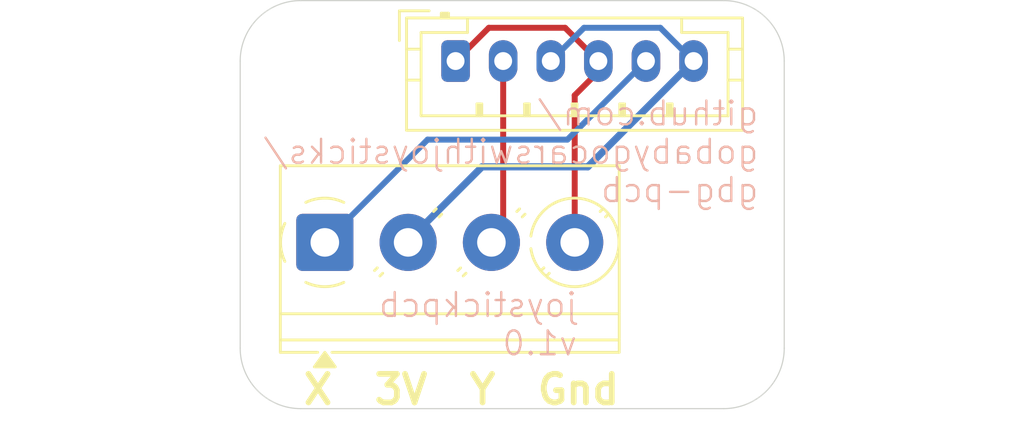
<source format=kicad_pcb>
(kicad_pcb (version 20241229) (generator "pcbnew") (generator_version "9.0")
  (layers (0 "F.Cu" signal) (2 "B.Cu" signal) (13 "F.Paste" user) (15 "B.Paste" user) (5 "F.SilkS" user "F.Silkscreen") (7 "B.SilkS" user "B.Silkscreen") (1 "F.Mask" user) (3 "B.Mask" user) (25 "Edge.Cuts" user))
  (net 0 "")
  (net 1 "Net-(J1-Pin_5)")
  (net 2 "Net-(J1-Pin_3)")
  (net 3 "Net-(J1-Pin_1)")
  (net 4 "Net-(J1-Pin_2)")
  (footprint "MountingHole:MountingHole_2.7mm_M2.5_DIN965" (layer "F.Cu") (at 89.535 78.74)
    (property "Reference" "REF**" (hide yes))
    (property "Value" "MountingHole_2.7mm_M2.5_DIN965")
    (pad "" np_thru_hole circle (at 0 0) (size 2.7 2.7) (drill 2.7) (layers "*.Cu" "*.Mask"))
  )
  (footprint "MountingHole:MountingHole_2.7mm_M2.5_DIN965" (layer "F.Cu") (at 106.045 89.535)
    (property "Reference" "REF**" (hide yes))
    (property "Value" "MountingHole_2.7mm_M2.5_DIN965")
    (pad "" np_thru_hole circle (at 0 0) (size 2.7 2.7) (drill 2.7) (layers "*.Cu" "*.Mask"))
  )
  (footprint "Connector_JST:JST_PH_B6B-PH-K_1x06_P2.00mm_Vertical" (layer "F.Cu") (at 95.41 78.105)
    (property "Reference" "J1" (hide yes))
    (property "Value" "Conn_01x06_Pin")
    (fp_line (start -2.36 -2.11) (end -2.36 -0.86) (stroke (width 0.12)) (layer "F.SilkS"))
    (fp_line (start -2.06 -1.81) (end -2.06 2.91) (stroke (width 0.12)) (layer "F.SilkS"))
    (fp_line (start -2.06 -0.5) (end -1.45 -0.5) (stroke (width 0.12)) (layer "F.SilkS"))
    (fp_line (start -2.06 0.8) (end -1.45 0.8) (stroke (width 0.12)) (layer "F.SilkS"))
    (fp_line (start -2.06 2.91) (end 12.06 2.91) (stroke (width 0.12)) (layer "F.SilkS"))
    (fp_line (start -1.45 -1.2) (end -1.45 2.3) (stroke (width 0.12)) (layer "F.SilkS"))
    (fp_line (start -1.45 2.3) (end 11.45 2.3) (stroke (width 0.12)) (layer "F.SilkS"))
    (fp_line (start -1.11 -2.11) (end -2.36 -2.11) (stroke (width 0.12)) (layer "F.SilkS"))
    (fp_line (start -0.6 -2.01) (end -0.6 -1.81) (stroke (width 0.12)) (layer "F.SilkS"))
    (fp_line (start -0.3 -2.01) (end -0.6 -2.01) (stroke (width 0.12)) (layer "F.SilkS"))
    (fp_line (start -0.3 -1.91) (end -0.6 -1.91) (stroke (width 0.12)) (layer "F.SilkS"))
    (fp_line (start -0.3 -1.81) (end -0.3 -2.01) (stroke (width 0.12)) (layer "F.SilkS"))
    (fp_line (start 0.5 -1.81) (end 0.5 -1.2) (stroke (width 0.12)) (layer "F.SilkS"))
    (fp_line (start 0.5 -1.2) (end -1.45 -1.2) (stroke (width 0.12)) (layer "F.SilkS"))
    (fp_line (start 0.9 1.8) (end 1.1 1.8) (stroke (width 0.12)) (layer "F.SilkS"))
    (fp_line (start 0.9 2.3) (end 0.9 1.8) (stroke (width 0.12)) (layer "F.SilkS"))
    (fp_line (start 1 2.3) (end 1 1.8) (stroke (width 0.12)) (layer "F.SilkS"))
    (fp_line (start 1.1 1.8) (end 1.1 2.3) (stroke (width 0.12)) (layer "F.SilkS"))
    (fp_line (start 2.9 1.8) (end 3.1 1.8) (stroke (width 0.12)) (layer "F.SilkS"))
    (fp_line (start 2.9 2.3) (end 2.9 1.8) (stroke (width 0.12)) (layer "F.SilkS"))
    (fp_line (start 3 2.3) (end 3 1.8) (stroke (width 0.12)) (layer "F.SilkS"))
    (fp_line (start 3.1 1.8) (end 3.1 2.3) (stroke (width 0.12)) (layer "F.SilkS"))
    (fp_line (start 4.9 1.8) (end 5.1 1.8) (stroke (width 0.12)) (layer "F.SilkS"))
    (fp_line (start 4.9 2.3) (end 4.9 1.8) (stroke (width 0.12)) (layer "F.SilkS"))
    (fp_line (start 5 2.3) (end 5 1.8) (stroke (width 0.12)) (layer "F.SilkS"))
    (fp_line (start 5.1 1.8) (end 5.1 2.3) (stroke (width 0.12)) (layer "F.SilkS"))
    (fp_line (start 6.9 1.8) (end 7.1 1.8) (stroke (width 0.12)) (layer "F.SilkS"))
    (fp_line (start 6.9 2.3) (end 6.9 1.8) (stroke (width 0.12)) (layer "F.SilkS"))
    (fp_line (start 7 2.3) (end 7 1.8) (stroke (width 0.12)) (layer "F.SilkS"))
    (fp_line (start 7.1 1.8) (end 7.1 2.3) (stroke (width 0.12)) (layer "F.SilkS"))
    (fp_line (start 8.9 1.8) (end 9.1 1.8) (stroke (width 0.12)) (layer "F.SilkS"))
    (fp_line (start 8.9 2.3) (end 8.9 1.8) (stroke (width 0.12)) (layer "F.SilkS"))
    (fp_line (start 9 2.3) (end 9 1.8) (stroke (width 0.12)) (layer "F.SilkS"))
    (fp_line (start 9.1 1.8) (end 9.1 2.3) (stroke (width 0.12)) (layer "F.SilkS"))
    (fp_line (start 9.5 -1.2) (end 9.5 -1.81) (stroke (width 0.12)) (layer "F.SilkS"))
    (fp_line (start 11.45 -1.2) (end 9.5 -1.2) (stroke (width 0.12)) (layer "F.SilkS"))
    (fp_line (start 11.45 2.3) (end 11.45 -1.2) (stroke (width 0.12)) (layer "F.SilkS"))
    (fp_line (start 12.06 -1.81) (end -2.06 -1.81) (stroke (width 0.12)) (layer "F.SilkS"))
    (fp_line (start 12.06 -0.5) (end 11.45 -0.5) (stroke (width 0.12)) (layer "F.SilkS"))
    (fp_line (start 12.06 0.8) (end 11.45 0.8) (stroke (width 0.12)) (layer "F.SilkS"))
    (fp_line (start 12.06 2.91) (end 12.06 -1.81) (stroke (width 0.12)) (layer "F.SilkS"))
    (pad "1" thru_hole roundrect (at 0 0) (size 1.2 1.75) (drill 0.75) (layers "*.Cu" "*.Mask") (roundrect_rratio 0.208333) (net 3 "Net-(J1-Pin_1)"))
    (pad "2" thru_hole oval (at 2 0) (size 1.2 1.75) (drill 0.75) (layers "*.Cu" "*.Mask") (net 4 "Net-(J1-Pin_2)"))
    (pad "3" thru_hole oval (at 4 0) (size 1.2 1.75) (drill 0.75) (layers "*.Cu" "*.Mask") (net 2 "Net-(J1-Pin_3)"))
    (pad "4" thru_hole oval (at 6 0) (size 1.2 1.75) (drill 0.75) (layers "*.Cu" "*.Mask") (net 3 "Net-(J1-Pin_1)"))
    (pad "5" thru_hole oval (at 8 0) (size 1.2 1.75) (drill 0.75) (layers "*.Cu" "*.Mask") (net 1 "Net-(J1-Pin_5)"))
    (pad "6" thru_hole oval (at 10 0) (size 1.2 1.75) (drill 0.75) (layers "*.Cu" "*.Mask") (net 2 "Net-(J1-Pin_3)"))
  )
  (footprint "TerminalBlock_Phoenix:TerminalBlock_Phoenix_PT-1,5-4-3.5-H_1x04_P3.50mm_Horizontal" (layer "F.Cu") (at 89.916 85.725)
    (property "Reference" "J2" (hide yes))
    (property "Value" "Screw_Terminal_01x04")
    (fp_line (start -1.87 -3.22) (end -1.87 4.62) (stroke (width 0.12)) (layer "F.SilkS"))
    (fp_line (start -1.87 -3.22) (end 12.37 -3.22) (stroke (width 0.12)) (layer "F.SilkS"))
    (fp_line (start -1.87 3) (end 12.37 3) (stroke (width 0.12)) (layer "F.SilkS"))
    (fp_line (start -1.87 4.1) (end 12.37 4.1) (stroke (width 0.12)) (layer "F.SilkS"))
    (fp_line (start -1.87 4.62) (end -0.3 4.62) (stroke (width 0.12)) (layer "F.SilkS"))
    (fp_line (start 0.3 4.62) (end 12.37 4.62) (stroke (width 0.12)) (layer "F.SilkS"))
    (fp_line (start 2.204 1.069) (end 2.089 1.183) (stroke (width 0.12)) (layer "F.SilkS"))
    (fp_line (start 2.431 1.296) (end 2.316 1.41) (stroke (width 0.12)) (layer "F.SilkS"))
    (fp_line (start 4.684 -1.411) (end 4.569 -1.296) (stroke (width 0.12)) (layer "F.SilkS"))
    (fp_line (start 4.911 -1.184) (end 4.796 -1.069) (stroke (width 0.12)) (layer "F.SilkS"))
    (fp_line (start 5.704 1.069) (end 5.589 1.183) (stroke (width 0.12)) (layer "F.SilkS"))
    (fp_line (start 5.931 1.296) (end 5.816 1.41) (stroke (width 0.12)) (layer "F.SilkS"))
    (fp_line (start 8.184 -1.411) (end 8.069 -1.296) (stroke (width 0.12)) (layer "F.SilkS"))
    (fp_line (start 8.411 -1.184) (end 8.296 -1.069) (stroke (width 0.12)) (layer "F.SilkS"))
    (fp_line (start 9.204 1.069) (end 9.089 1.183) (stroke (width 0.12)) (layer "F.SilkS"))
    (fp_line (start 9.431 1.296) (end 9.316 1.41) (stroke (width 0.12)) (layer "F.SilkS"))
    (fp_line (start 11.684 -1.411) (end 11.569 -1.296) (stroke (width 0.12)) (layer "F.SilkS"))
    (fp_line (start 11.911 -1.184) (end 11.796 -1.069) (stroke (width 0.12)) (layer "F.SilkS"))
    (fp_line (start 12.37 -3.22) (end 12.37 4.62) (stroke (width 0.12)) (layer "F.SilkS"))
    (fp_arc (start -1.68 0.798) (mid -1.859894 -0.000224) (end -1.679808 -0.798405) (stroke (width 0.12)) (layer "F.SilkS"))
    (fp_arc (start -0.798 -1.68) (mid 0.000224 -1.859894) (end 0.798405 -1.679808) (stroke (width 0.12)) (layer "F.SilkS"))
    (fp_arc (start 0.798 1.68) (mid -0.000224 1.859894) (end -0.798405 1.679808) (stroke (width 0.12)) (layer "F.SilkS"))
    (fp_arc (start 8.659 -0.265) (mid 12.359975 0.000025) (end 8.658993 0.264951) (stroke (width 0.12)) (layer "F.SilkS"))
    (fp_poly (pts (xy 0 4.62) (xy 0.44 5.23) (xy -0.44 5.23) (xy 0 4.62)) (stroke (width 0.12)) (fill yes) (layer "F.SilkS"))
    (pad "1" thru_hole roundrect (at 0 0) (size 2.4 2.4) (drill 1.2) (layers "*.Cu" "*.Mask") (roundrect_rratio 0.104167) (net 1 "Net-(J1-Pin_5)"))
    (pad "2" thru_hole circle (at 3.5 0) (size 2.4 2.4) (drill 1.2) (layers "*.Cu" "*.Mask") (net 2 "Net-(J1-Pin_3)"))
    (pad "3" thru_hole circle (at 7 0) (size 2.4 2.4) (drill 1.2) (layers "*.Cu" "*.Mask") (net 4 "Net-(J1-Pin_2)"))
    (pad "4" thru_hole circle (at 10.5 0) (size 2.4 2.4) (drill 1.2) (layers "*.Cu" "*.Mask") (net 3 "Net-(J1-Pin_1)"))
  )
  (gr_line (start 109.22 78.105) (end 109.22 90.17) (stroke (width 0.05)) (layer "Edge.Cuts"))
  (gr_line (start 106.68 92.71) (end 88.9 92.71) (stroke (width 0.05)) (layer "Edge.Cuts"))
  (gr_line (start 88.9 75.565) (end 106.68 75.565) (stroke (width 0.05)) (layer "Edge.Cuts"))
  (gr_arc (start 109.22 90.17) (mid 108.476051 91.966051) (end 106.68 92.71) (stroke (width 0.05)) (layer "Edge.Cuts"))
  (gr_line (start 86.36 90.17) (end 86.36 78.105) (stroke (width 0.05)) (layer "Edge.Cuts"))
  (gr_arc (start 88.9 92.71) (mid 87.103949 91.966051) (end 86.36 90.17) (stroke (width 0.05)) (layer "Edge.Cuts"))
  (gr_arc (start 86.36 78.105) (mid 87.103949 76.308949) (end 88.9 75.565) (stroke (width 0.05)) (layer "Edge.Cuts"))
  (gr_arc (start 106.68 75.565) (mid 108.476051 76.308949) (end 109.22 78.105) (stroke (width 0.05)) (layer "Edge.Cuts"))
  (gr_text "X  3V  Y  Gnd" (at 88.9 92.6084 0) (layer "F.SilkS") (effects (font (size 1.2 1.2) (thickness 0.24) (bold yes)) (justify left bottom)))
  (gr_text "github.com/\ngobabygocarswithjoysticks/\ngbg-pcb\n\n\n          joystickpcb\n          v1.0" (at 108.204 90.551 0) (layer "B.SilkS") (effects (font (size 1 1) (thickness 0.1)) (justify left bottom mirror)))
  (segment (start 100.108 81.407) (end 103.41 78.105) (width 0.25) (layer "B.Cu") (net 1))
  (segment (start 89.916 85.725) (end 94.234 81.407) (width 0.25) (layer "B.Cu") (net 1))
  (segment (start 94.234 81.407) (end 100.108 81.407) (width 0.25) (layer "B.Cu") (net 1))
  (segment (start 100.807 76.708) (end 99.41 78.105) (width 0.25) (layer "B.Cu") (net 2))
  (segment (start 104.013 76.708) (end 100.807 76.708) (width 0.25) (layer "B.Cu") (net 2))
  (segment (start 93.416 85.654) (end 93.416 85.725) (width 0.3) (layer "B.Cu") (net 2))
  (segment (start 105.41 78.105) (end 100.965 82.55) (width 0.3) (layer "B.Cu") (net 2))
  (segment (start 105.41 78.105) (end 104.013 76.708) (width 0.25) (layer "B.Cu") (net 2))
  (segment (start 100.965 82.55) (end 96.52 82.55) (width 0.3) (layer "B.Cu") (net 2))
  (segment (start 96.52 82.55) (end 93.416 85.654) (width 0.3) (layer "B.Cu") (net 2))
  (segment (start 100.013 76.708) (end 101.41 78.105) (width 0.25) (layer "F.Cu") (net 3))
  (segment (start 101.41 78.105) (end 101.41 78.55) (width 0.25) (layer "F.Cu") (net 3))
  (segment (start 100.416 79.544) (end 100.416 85.725) (width 0.25) (layer "F.Cu") (net 3))
  (segment (start 101.41 78.55) (end 100.416 79.544) (width 0.25) (layer "F.Cu") (net 3))
  (segment (start 95.41 78.105) (end 96.807 76.708) (width 0.25) (layer "F.Cu") (net 3))
  (segment (start 96.807 76.708) (end 100.013 76.708) (width 0.25) (layer "F.Cu") (net 3))
  (segment (start 97.41 85.231) (end 96.916 85.725) (width 0.25) (layer "F.Cu") (net 4))
  (segment (start 97.41 78.105) (end 97.41 85.231) (width 0.25) (layer "F.Cu") (net 4))
)
</source>
